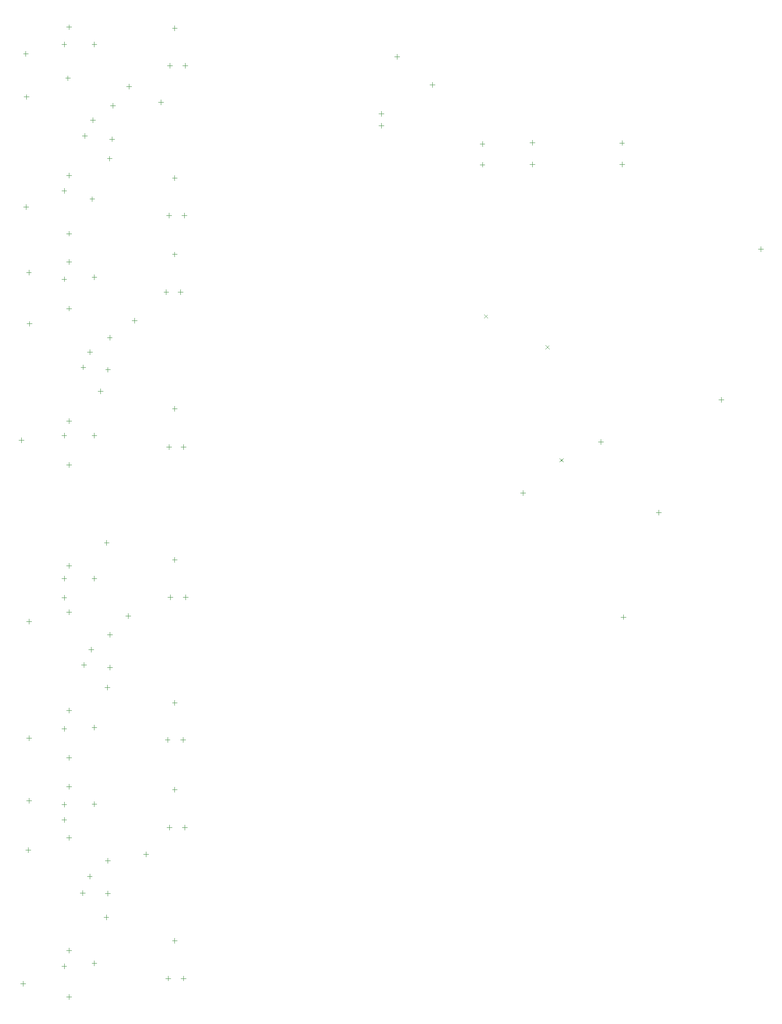
<source format=gbr>
%TF.GenerationSoftware,Altium Limited,Altium Designer,21.6.4 (81)*%
G04 Layer_Color=8388736*
%FSLAX43Y43*%
%MOMM*%
%TF.SameCoordinates,B094594F-E5AE-4C03-B854-EF891E02AD71*%
%TF.FilePolarity,Positive*%
%TF.FileFunction,Other,Bottom_Component_Center*%
%TF.Part,Single*%
G01*
G75*
%TA.AperFunction,NonConductor*%
%ADD207C,0.100*%
D207*
X93525Y32424D02*
Y33424D01*
X93025Y32924D02*
X94025D01*
X93750Y54698D02*
Y55698D01*
X93250Y55198D02*
X94250D01*
X92643Y160833D02*
X93643D01*
X93143Y160333D02*
Y161333D01*
X108822Y65300D02*
X109822D01*
X109322Y64800D02*
Y65800D01*
X109768Y169975D02*
Y170975D01*
X109268Y170475D02*
X110268D01*
X93250Y78400D02*
X94250D01*
X93750Y77900D02*
Y78900D01*
X92725Y182750D02*
X93725D01*
X93225Y182250D02*
Y183250D01*
X92589Y191328D02*
X93589D01*
X93089Y190828D02*
Y191828D01*
X109175Y93550D02*
Y94550D01*
X108675Y94050D02*
X109675D01*
X91725Y114475D02*
X92725D01*
X92225Y113975D02*
Y114975D01*
X107950Y123699D02*
Y124699D01*
X107450Y124199D02*
X108450D01*
X93318Y137625D02*
X94318D01*
X93818Y137125D02*
Y138125D01*
X93190Y147850D02*
X94190D01*
X93690Y147350D02*
Y148350D01*
X92009Y6356D02*
X93009D01*
X92509Y5856D02*
Y6856D01*
X109099Y19025D02*
Y20025D01*
X108599Y19525D02*
X109599D01*
X93200Y42775D02*
X94200D01*
X93700Y42275D02*
Y43275D01*
X114218Y138275D02*
X115218D01*
X114718Y137775D02*
Y138775D01*
X113593Y184350D02*
Y185350D01*
X113093Y184850D02*
X114093D01*
X116500Y32100D02*
X117500D01*
X117000Y31600D02*
Y32600D01*
X113466Y79000D02*
Y80000D01*
X112966Y79500D02*
X113966D01*
X219050Y99600D02*
Y100600D01*
X218550Y100100D02*
X219550D01*
X119965Y181218D02*
Y182218D01*
X119465Y181718D02*
X120465D01*
X231505Y122025D02*
Y123025D01*
X231005Y122525D02*
X232005D01*
X110268Y173860D02*
Y174860D01*
X109768Y174360D02*
X110768D01*
X109427Y127979D02*
Y128979D01*
X108927Y128479D02*
X109927D01*
X109405Y23775D02*
Y24775D01*
X108905Y24275D02*
X109905D01*
X109822Y68775D02*
Y69775D01*
X109322Y69275D02*
X110322D01*
X123893Y54849D02*
X124893D01*
X124393Y54349D02*
Y55349D01*
X120524Y143959D02*
X121524D01*
X121024Y143459D02*
Y144459D01*
X101718Y79775D02*
Y80775D01*
X101218Y80275D02*
X102218D01*
X109918Y180993D02*
X110918D01*
X110418Y180493D02*
Y181493D01*
X106418Y177648D02*
Y178648D01*
X105918Y178148D02*
X106918D01*
X109322Y75772D02*
X110322D01*
X109822Y75272D02*
Y76272D01*
X105572Y72800D02*
X106572D01*
X106072Y72300D02*
Y73300D01*
X109278Y134869D02*
X110278D01*
X109778Y134369D02*
Y135369D01*
X105852Y131525D02*
Y132525D01*
X105352Y132025D02*
X106352D01*
X108905Y30831D02*
X109905D01*
X109405Y30331D02*
Y31331D01*
X105792Y27150D02*
Y28150D01*
X105292Y27650D02*
X106292D01*
X191991Y103500D02*
Y104500D01*
X191491Y104000D02*
X192491D01*
X207543Y113651D02*
Y114651D01*
X207043Y114151D02*
X208043D01*
X211475Y79286D02*
X212475D01*
X211975Y78786D02*
Y79786D01*
X239350Y151987D02*
Y152987D01*
X238850Y152487D02*
X239850D01*
X163300Y179434D02*
X164300D01*
X163800Y178934D02*
Y179934D01*
X163300Y177021D02*
X164300D01*
X163800Y176521D02*
Y177521D01*
X104618Y69275D02*
Y70275D01*
X104118Y69775D02*
X105118D01*
X104350Y174985D02*
X105350D01*
X104850Y174485D02*
Y175485D01*
X104521Y128479D02*
Y129479D01*
X104021Y128979D02*
X105021D01*
X103910Y24375D02*
X104910D01*
X104410Y23875D02*
Y24875D01*
X184314Y139454D02*
X185022Y138746D01*
X184314D02*
X185022Y139454D01*
X193364Y169300D02*
X194364D01*
X193864Y168800D02*
Y169800D01*
X183945Y168784D02*
Y169784D01*
X183445Y169284D02*
X184445D01*
X211741Y168850D02*
Y169850D01*
X211241Y169350D02*
X212241D01*
X166975Y190237D02*
Y191237D01*
X166475Y190737D02*
X167475D01*
X173960Y184649D02*
Y185649D01*
X173460Y185149D02*
X174460D01*
X121596Y158659D02*
Y159659D01*
X121096Y159159D02*
X122096D01*
X124596Y158659D02*
Y159659D01*
X124096Y159159D02*
X125096D01*
X121293Y54349D02*
Y55349D01*
X120793Y54849D02*
X121793D01*
X106293Y161936D02*
Y162936D01*
X105793Y162436D02*
X106793D01*
X106218Y57290D02*
X107218D01*
X106718Y56790D02*
Y57790D01*
X100718Y163582D02*
Y164582D01*
X100218Y164082D02*
X101218D01*
X100718Y56536D02*
Y57536D01*
X100218Y57036D02*
X101218D01*
X100718Y82619D02*
Y83619D01*
X100218Y83119D02*
X101218D01*
X121268Y188950D02*
X122268D01*
X121768Y188450D02*
Y189450D01*
X124768Y188450D02*
Y189450D01*
X124268Y188950D02*
X125268D01*
X121350Y83250D02*
X122350D01*
X121850Y82750D02*
Y83750D01*
X124850Y82750D02*
Y83750D01*
X124350Y83250D02*
X125350D01*
X106218Y193206D02*
X107218D01*
X106718Y192706D02*
Y193706D01*
Y86422D02*
Y87422D01*
X106218Y86922D02*
X107218D01*
X100718Y192706D02*
Y193706D01*
X100218Y193206D02*
X101218D01*
X100718Y86422D02*
Y87422D01*
X100218Y86922D02*
X101218D01*
X121386Y6904D02*
Y7904D01*
X120886Y7404D02*
X121886D01*
X124493Y112578D02*
Y113578D01*
X123993Y113078D02*
X124993D01*
X106218Y10435D02*
X107218D01*
X106718Y9935D02*
Y10935D01*
X100218Y9800D02*
X101218D01*
X100718Y9300D02*
Y10300D01*
Y38420D02*
Y39420D01*
X100218Y38920D02*
X101218D01*
X121068Y113078D02*
X122068D01*
X121568Y112578D02*
Y113578D01*
X124448Y6904D02*
Y7904D01*
X123948Y7404D02*
X124948D01*
X106718Y114900D02*
Y115900D01*
X106218Y115400D02*
X107218D01*
X100718Y114900D02*
Y115900D01*
X100218Y115400D02*
X101218D01*
X121149Y37423D02*
X122149D01*
X121649Y36923D02*
Y37923D01*
X123857Y143459D02*
Y144459D01*
X123357Y143959D02*
X124357D01*
X106718Y41582D02*
Y42582D01*
X106218Y42082D02*
X107218D01*
X124693Y36923D02*
Y37923D01*
X124193Y37423D02*
X125193D01*
X100718Y41468D02*
Y42468D01*
X100218Y41968D02*
X101218D01*
X106718Y146391D02*
Y147391D01*
X106218Y146891D02*
X107218D01*
X100718Y146010D02*
Y147010D01*
X100218Y146510D02*
X101218D01*
X101718Y155069D02*
Y156069D01*
X101218Y155569D02*
X102218D01*
X101218Y51321D02*
X102218D01*
X101718Y50821D02*
Y51821D01*
Y166630D02*
Y167630D01*
X101218Y167130D02*
X102218D01*
X101218Y60719D02*
X102218D01*
X101718Y60219D02*
Y61219D01*
X122718Y166152D02*
Y167152D01*
X122218Y166652D02*
X123218D01*
X122218Y62215D02*
X123218D01*
X122718Y61715D02*
Y62715D01*
X100968Y186475D02*
X101968D01*
X101468Y185975D02*
Y186975D01*
X101718Y3204D02*
Y4204D01*
X101218Y3704D02*
X102218D01*
X101718Y196135D02*
Y197135D01*
X101218Y196635D02*
X102218D01*
X101718Y88977D02*
Y89977D01*
X101218Y89477D02*
X102218D01*
X101218Y12975D02*
X102218D01*
X101718Y12475D02*
Y13475D01*
X122718Y195951D02*
Y196951D01*
X122218Y196451D02*
X123218D01*
X122718Y90191D02*
Y91191D01*
X122218Y90691D02*
X123218D01*
X122718Y14397D02*
Y15397D01*
X122218Y14897D02*
X123218D01*
X101718Y109058D02*
Y110058D01*
X101218Y109558D02*
X102218D01*
X101716Y117802D02*
Y118802D01*
X101216Y118302D02*
X102216D01*
X101218Y35364D02*
X102218D01*
X101718Y34864D02*
Y35864D01*
X122218Y120698D02*
X123218D01*
X122718Y120198D02*
Y121198D01*
X101718Y140168D02*
Y141168D01*
X101218Y140668D02*
X102218D01*
X101718Y45024D02*
Y46024D01*
X101218Y45524D02*
X102218D01*
X101718Y149439D02*
Y150439D01*
X101218Y149939D02*
X102218D01*
X122718Y150927D02*
Y151927D01*
X122218Y151427D02*
X123218D01*
X122718Y44446D02*
Y45446D01*
X122218Y44946D02*
X123218D01*
X193373Y173631D02*
X194373D01*
X193873Y173131D02*
Y174131D01*
X183445Y173397D02*
X184445D01*
X183945Y172897D02*
Y173897D01*
X211212Y173600D02*
X212212D01*
X211712Y173100D02*
Y174100D01*
X196551Y133333D02*
X197258Y132626D01*
X196551D02*
X197258Y133333D01*
X199345Y110854D02*
X200052Y110147D01*
X199345D02*
X200052Y110854D01*
%TF.MD5,f880ed12b7077ecb2f1d03cb33a897f3*%
M02*

</source>
